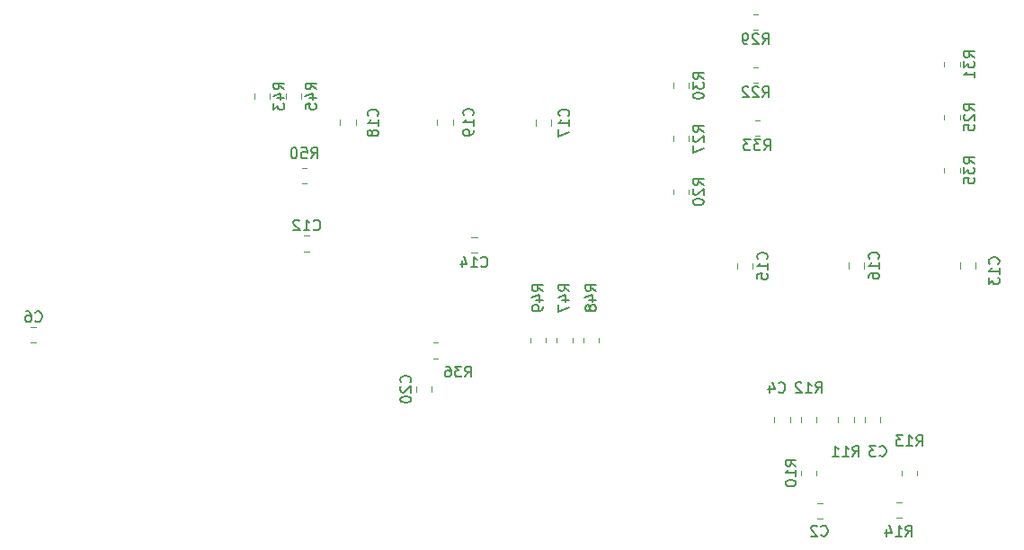
<source format=gbr>
%TF.GenerationSoftware,KiCad,Pcbnew,9.0.0*%
%TF.CreationDate,2025-10-29T06:17:34+08:00*%
%TF.ProjectId,TSAL_G_V4_2,5453414c-5f47-45f5-9634-5f322e6b6963,rev?*%
%TF.SameCoordinates,Original*%
%TF.FileFunction,Legend,Bot*%
%TF.FilePolarity,Positive*%
%FSLAX46Y46*%
G04 Gerber Fmt 4.6, Leading zero omitted, Abs format (unit mm)*
G04 Created by KiCad (PCBNEW 9.0.0) date 2025-10-29 06:17:34*
%MOMM*%
%LPD*%
G01*
G04 APERTURE LIST*
%ADD10C,0.150000*%
%ADD11C,0.120000*%
G04 APERTURE END LIST*
D10*
X111142857Y-71539580D02*
X111190476Y-71587200D01*
X111190476Y-71587200D02*
X111333333Y-71634819D01*
X111333333Y-71634819D02*
X111428571Y-71634819D01*
X111428571Y-71634819D02*
X111571428Y-71587200D01*
X111571428Y-71587200D02*
X111666666Y-71491961D01*
X111666666Y-71491961D02*
X111714285Y-71396723D01*
X111714285Y-71396723D02*
X111761904Y-71206247D01*
X111761904Y-71206247D02*
X111761904Y-71063390D01*
X111761904Y-71063390D02*
X111714285Y-70872914D01*
X111714285Y-70872914D02*
X111666666Y-70777676D01*
X111666666Y-70777676D02*
X111571428Y-70682438D01*
X111571428Y-70682438D02*
X111428571Y-70634819D01*
X111428571Y-70634819D02*
X111333333Y-70634819D01*
X111333333Y-70634819D02*
X111190476Y-70682438D01*
X111190476Y-70682438D02*
X111142857Y-70730057D01*
X110190476Y-71634819D02*
X110761904Y-71634819D01*
X110476190Y-71634819D02*
X110476190Y-70634819D01*
X110476190Y-70634819D02*
X110571428Y-70777676D01*
X110571428Y-70777676D02*
X110666666Y-70872914D01*
X110666666Y-70872914D02*
X110761904Y-70920533D01*
X109333333Y-70968152D02*
X109333333Y-71634819D01*
X109571428Y-70587200D02*
X109809523Y-71301485D01*
X109809523Y-71301485D02*
X109190476Y-71301485D01*
X142642857Y-83454819D02*
X142976190Y-82978628D01*
X143214285Y-83454819D02*
X143214285Y-82454819D01*
X143214285Y-82454819D02*
X142833333Y-82454819D01*
X142833333Y-82454819D02*
X142738095Y-82502438D01*
X142738095Y-82502438D02*
X142690476Y-82550057D01*
X142690476Y-82550057D02*
X142642857Y-82645295D01*
X142642857Y-82645295D02*
X142642857Y-82788152D01*
X142642857Y-82788152D02*
X142690476Y-82883390D01*
X142690476Y-82883390D02*
X142738095Y-82931009D01*
X142738095Y-82931009D02*
X142833333Y-82978628D01*
X142833333Y-82978628D02*
X143214285Y-82978628D01*
X141690476Y-83454819D02*
X142261904Y-83454819D01*
X141976190Y-83454819D02*
X141976190Y-82454819D01*
X141976190Y-82454819D02*
X142071428Y-82597676D01*
X142071428Y-82597676D02*
X142166666Y-82692914D01*
X142166666Y-82692914D02*
X142261904Y-82740533D01*
X141309523Y-82550057D02*
X141261904Y-82502438D01*
X141261904Y-82502438D02*
X141166666Y-82454819D01*
X141166666Y-82454819D02*
X140928571Y-82454819D01*
X140928571Y-82454819D02*
X140833333Y-82502438D01*
X140833333Y-82502438D02*
X140785714Y-82550057D01*
X140785714Y-82550057D02*
X140738095Y-82645295D01*
X140738095Y-82645295D02*
X140738095Y-82740533D01*
X140738095Y-82740533D02*
X140785714Y-82883390D01*
X140785714Y-82883390D02*
X141357142Y-83454819D01*
X141357142Y-83454819D02*
X140738095Y-83454819D01*
X137795357Y-60604819D02*
X138128690Y-60128628D01*
X138366785Y-60604819D02*
X138366785Y-59604819D01*
X138366785Y-59604819D02*
X137985833Y-59604819D01*
X137985833Y-59604819D02*
X137890595Y-59652438D01*
X137890595Y-59652438D02*
X137842976Y-59700057D01*
X137842976Y-59700057D02*
X137795357Y-59795295D01*
X137795357Y-59795295D02*
X137795357Y-59938152D01*
X137795357Y-59938152D02*
X137842976Y-60033390D01*
X137842976Y-60033390D02*
X137890595Y-60081009D01*
X137890595Y-60081009D02*
X137985833Y-60128628D01*
X137985833Y-60128628D02*
X138366785Y-60128628D01*
X137462023Y-59604819D02*
X136842976Y-59604819D01*
X136842976Y-59604819D02*
X137176309Y-59985771D01*
X137176309Y-59985771D02*
X137033452Y-59985771D01*
X137033452Y-59985771D02*
X136938214Y-60033390D01*
X136938214Y-60033390D02*
X136890595Y-60081009D01*
X136890595Y-60081009D02*
X136842976Y-60176247D01*
X136842976Y-60176247D02*
X136842976Y-60414342D01*
X136842976Y-60414342D02*
X136890595Y-60509580D01*
X136890595Y-60509580D02*
X136938214Y-60557200D01*
X136938214Y-60557200D02*
X137033452Y-60604819D01*
X137033452Y-60604819D02*
X137319166Y-60604819D01*
X137319166Y-60604819D02*
X137414404Y-60557200D01*
X137414404Y-60557200D02*
X137462023Y-60509580D01*
X136509642Y-59604819D02*
X135890595Y-59604819D01*
X135890595Y-59604819D02*
X136223928Y-59985771D01*
X136223928Y-59985771D02*
X136081071Y-59985771D01*
X136081071Y-59985771D02*
X135985833Y-60033390D01*
X135985833Y-60033390D02*
X135938214Y-60081009D01*
X135938214Y-60081009D02*
X135890595Y-60176247D01*
X135890595Y-60176247D02*
X135890595Y-60414342D01*
X135890595Y-60414342D02*
X135938214Y-60509580D01*
X135938214Y-60509580D02*
X135985833Y-60557200D01*
X135985833Y-60557200D02*
X136081071Y-60604819D01*
X136081071Y-60604819D02*
X136366785Y-60604819D01*
X136366785Y-60604819D02*
X136462023Y-60557200D01*
X136462023Y-60557200D02*
X136509642Y-60509580D01*
X109642857Y-81954819D02*
X109976190Y-81478628D01*
X110214285Y-81954819D02*
X110214285Y-80954819D01*
X110214285Y-80954819D02*
X109833333Y-80954819D01*
X109833333Y-80954819D02*
X109738095Y-81002438D01*
X109738095Y-81002438D02*
X109690476Y-81050057D01*
X109690476Y-81050057D02*
X109642857Y-81145295D01*
X109642857Y-81145295D02*
X109642857Y-81288152D01*
X109642857Y-81288152D02*
X109690476Y-81383390D01*
X109690476Y-81383390D02*
X109738095Y-81431009D01*
X109738095Y-81431009D02*
X109833333Y-81478628D01*
X109833333Y-81478628D02*
X110214285Y-81478628D01*
X109309523Y-80954819D02*
X108690476Y-80954819D01*
X108690476Y-80954819D02*
X109023809Y-81335771D01*
X109023809Y-81335771D02*
X108880952Y-81335771D01*
X108880952Y-81335771D02*
X108785714Y-81383390D01*
X108785714Y-81383390D02*
X108738095Y-81431009D01*
X108738095Y-81431009D02*
X108690476Y-81526247D01*
X108690476Y-81526247D02*
X108690476Y-81764342D01*
X108690476Y-81764342D02*
X108738095Y-81859580D01*
X108738095Y-81859580D02*
X108785714Y-81907200D01*
X108785714Y-81907200D02*
X108880952Y-81954819D01*
X108880952Y-81954819D02*
X109166666Y-81954819D01*
X109166666Y-81954819D02*
X109261904Y-81907200D01*
X109261904Y-81907200D02*
X109309523Y-81859580D01*
X107833333Y-80954819D02*
X108023809Y-80954819D01*
X108023809Y-80954819D02*
X108119047Y-81002438D01*
X108119047Y-81002438D02*
X108166666Y-81050057D01*
X108166666Y-81050057D02*
X108261904Y-81192914D01*
X108261904Y-81192914D02*
X108309523Y-81383390D01*
X108309523Y-81383390D02*
X108309523Y-81764342D01*
X108309523Y-81764342D02*
X108261904Y-81859580D01*
X108261904Y-81859580D02*
X108214285Y-81907200D01*
X108214285Y-81907200D02*
X108119047Y-81954819D01*
X108119047Y-81954819D02*
X107928571Y-81954819D01*
X107928571Y-81954819D02*
X107833333Y-81907200D01*
X107833333Y-81907200D02*
X107785714Y-81859580D01*
X107785714Y-81859580D02*
X107738095Y-81764342D01*
X107738095Y-81764342D02*
X107738095Y-81526247D01*
X107738095Y-81526247D02*
X107785714Y-81431009D01*
X107785714Y-81431009D02*
X107833333Y-81383390D01*
X107833333Y-81383390D02*
X107928571Y-81335771D01*
X107928571Y-81335771D02*
X108119047Y-81335771D01*
X108119047Y-81335771D02*
X108214285Y-81383390D01*
X108214285Y-81383390D02*
X108261904Y-81431009D01*
X108261904Y-81431009D02*
X108309523Y-81526247D01*
X138039580Y-70857142D02*
X138087200Y-70809523D01*
X138087200Y-70809523D02*
X138134819Y-70666666D01*
X138134819Y-70666666D02*
X138134819Y-70571428D01*
X138134819Y-70571428D02*
X138087200Y-70428571D01*
X138087200Y-70428571D02*
X137991961Y-70333333D01*
X137991961Y-70333333D02*
X137896723Y-70285714D01*
X137896723Y-70285714D02*
X137706247Y-70238095D01*
X137706247Y-70238095D02*
X137563390Y-70238095D01*
X137563390Y-70238095D02*
X137372914Y-70285714D01*
X137372914Y-70285714D02*
X137277676Y-70333333D01*
X137277676Y-70333333D02*
X137182438Y-70428571D01*
X137182438Y-70428571D02*
X137134819Y-70571428D01*
X137134819Y-70571428D02*
X137134819Y-70666666D01*
X137134819Y-70666666D02*
X137182438Y-70809523D01*
X137182438Y-70809523D02*
X137230057Y-70857142D01*
X138134819Y-71809523D02*
X138134819Y-71238095D01*
X138134819Y-71523809D02*
X137134819Y-71523809D01*
X137134819Y-71523809D02*
X137277676Y-71428571D01*
X137277676Y-71428571D02*
X137372914Y-71333333D01*
X137372914Y-71333333D02*
X137420533Y-71238095D01*
X137134819Y-72714285D02*
X137134819Y-72238095D01*
X137134819Y-72238095D02*
X137611009Y-72190476D01*
X137611009Y-72190476D02*
X137563390Y-72238095D01*
X137563390Y-72238095D02*
X137515771Y-72333333D01*
X137515771Y-72333333D02*
X137515771Y-72571428D01*
X137515771Y-72571428D02*
X137563390Y-72666666D01*
X137563390Y-72666666D02*
X137611009Y-72714285D01*
X137611009Y-72714285D02*
X137706247Y-72761904D01*
X137706247Y-72761904D02*
X137944342Y-72761904D01*
X137944342Y-72761904D02*
X138039580Y-72714285D01*
X138039580Y-72714285D02*
X138087200Y-72666666D01*
X138087200Y-72666666D02*
X138134819Y-72571428D01*
X138134819Y-72571428D02*
X138134819Y-72333333D01*
X138134819Y-72333333D02*
X138087200Y-72238095D01*
X138087200Y-72238095D02*
X138039580Y-72190476D01*
X119359580Y-57357142D02*
X119407200Y-57309523D01*
X119407200Y-57309523D02*
X119454819Y-57166666D01*
X119454819Y-57166666D02*
X119454819Y-57071428D01*
X119454819Y-57071428D02*
X119407200Y-56928571D01*
X119407200Y-56928571D02*
X119311961Y-56833333D01*
X119311961Y-56833333D02*
X119216723Y-56785714D01*
X119216723Y-56785714D02*
X119026247Y-56738095D01*
X119026247Y-56738095D02*
X118883390Y-56738095D01*
X118883390Y-56738095D02*
X118692914Y-56785714D01*
X118692914Y-56785714D02*
X118597676Y-56833333D01*
X118597676Y-56833333D02*
X118502438Y-56928571D01*
X118502438Y-56928571D02*
X118454819Y-57071428D01*
X118454819Y-57071428D02*
X118454819Y-57166666D01*
X118454819Y-57166666D02*
X118502438Y-57309523D01*
X118502438Y-57309523D02*
X118550057Y-57357142D01*
X119454819Y-58309523D02*
X119454819Y-57738095D01*
X119454819Y-58023809D02*
X118454819Y-58023809D01*
X118454819Y-58023809D02*
X118597676Y-57928571D01*
X118597676Y-57928571D02*
X118692914Y-57833333D01*
X118692914Y-57833333D02*
X118740533Y-57738095D01*
X118454819Y-58642857D02*
X118454819Y-59309523D01*
X118454819Y-59309523D02*
X119454819Y-58880952D01*
X69166666Y-76679580D02*
X69214285Y-76727200D01*
X69214285Y-76727200D02*
X69357142Y-76774819D01*
X69357142Y-76774819D02*
X69452380Y-76774819D01*
X69452380Y-76774819D02*
X69595237Y-76727200D01*
X69595237Y-76727200D02*
X69690475Y-76631961D01*
X69690475Y-76631961D02*
X69738094Y-76536723D01*
X69738094Y-76536723D02*
X69785713Y-76346247D01*
X69785713Y-76346247D02*
X69785713Y-76203390D01*
X69785713Y-76203390D02*
X69738094Y-76012914D01*
X69738094Y-76012914D02*
X69690475Y-75917676D01*
X69690475Y-75917676D02*
X69595237Y-75822438D01*
X69595237Y-75822438D02*
X69452380Y-75774819D01*
X69452380Y-75774819D02*
X69357142Y-75774819D01*
X69357142Y-75774819D02*
X69214285Y-75822438D01*
X69214285Y-75822438D02*
X69166666Y-75870057D01*
X68309523Y-75774819D02*
X68499999Y-75774819D01*
X68499999Y-75774819D02*
X68595237Y-75822438D01*
X68595237Y-75822438D02*
X68642856Y-75870057D01*
X68642856Y-75870057D02*
X68738094Y-76012914D01*
X68738094Y-76012914D02*
X68785713Y-76203390D01*
X68785713Y-76203390D02*
X68785713Y-76584342D01*
X68785713Y-76584342D02*
X68738094Y-76679580D01*
X68738094Y-76679580D02*
X68690475Y-76727200D01*
X68690475Y-76727200D02*
X68595237Y-76774819D01*
X68595237Y-76774819D02*
X68404761Y-76774819D01*
X68404761Y-76774819D02*
X68309523Y-76727200D01*
X68309523Y-76727200D02*
X68261904Y-76679580D01*
X68261904Y-76679580D02*
X68214285Y-76584342D01*
X68214285Y-76584342D02*
X68214285Y-76346247D01*
X68214285Y-76346247D02*
X68261904Y-76251009D01*
X68261904Y-76251009D02*
X68309523Y-76203390D01*
X68309523Y-76203390D02*
X68404761Y-76155771D01*
X68404761Y-76155771D02*
X68595237Y-76155771D01*
X68595237Y-76155771D02*
X68690475Y-76203390D01*
X68690475Y-76203390D02*
X68738094Y-76251009D01*
X68738094Y-76251009D02*
X68785713Y-76346247D01*
X95604819Y-54857142D02*
X95128628Y-54523809D01*
X95604819Y-54285714D02*
X94604819Y-54285714D01*
X94604819Y-54285714D02*
X94604819Y-54666666D01*
X94604819Y-54666666D02*
X94652438Y-54761904D01*
X94652438Y-54761904D02*
X94700057Y-54809523D01*
X94700057Y-54809523D02*
X94795295Y-54857142D01*
X94795295Y-54857142D02*
X94938152Y-54857142D01*
X94938152Y-54857142D02*
X95033390Y-54809523D01*
X95033390Y-54809523D02*
X95081009Y-54761904D01*
X95081009Y-54761904D02*
X95128628Y-54666666D01*
X95128628Y-54666666D02*
X95128628Y-54285714D01*
X94938152Y-55714285D02*
X95604819Y-55714285D01*
X94557200Y-55476190D02*
X95271485Y-55238095D01*
X95271485Y-55238095D02*
X95271485Y-55857142D01*
X94604819Y-56714285D02*
X94604819Y-56238095D01*
X94604819Y-56238095D02*
X95081009Y-56190476D01*
X95081009Y-56190476D02*
X95033390Y-56238095D01*
X95033390Y-56238095D02*
X94985771Y-56333333D01*
X94985771Y-56333333D02*
X94985771Y-56571428D01*
X94985771Y-56571428D02*
X95033390Y-56666666D01*
X95033390Y-56666666D02*
X95081009Y-56714285D01*
X95081009Y-56714285D02*
X95176247Y-56761904D01*
X95176247Y-56761904D02*
X95414342Y-56761904D01*
X95414342Y-56761904D02*
X95509580Y-56714285D01*
X95509580Y-56714285D02*
X95557200Y-56666666D01*
X95557200Y-56666666D02*
X95604819Y-56571428D01*
X95604819Y-56571428D02*
X95604819Y-56333333D01*
X95604819Y-56333333D02*
X95557200Y-56238095D01*
X95557200Y-56238095D02*
X95509580Y-56190476D01*
X110359580Y-57309642D02*
X110407200Y-57262023D01*
X110407200Y-57262023D02*
X110454819Y-57119166D01*
X110454819Y-57119166D02*
X110454819Y-57023928D01*
X110454819Y-57023928D02*
X110407200Y-56881071D01*
X110407200Y-56881071D02*
X110311961Y-56785833D01*
X110311961Y-56785833D02*
X110216723Y-56738214D01*
X110216723Y-56738214D02*
X110026247Y-56690595D01*
X110026247Y-56690595D02*
X109883390Y-56690595D01*
X109883390Y-56690595D02*
X109692914Y-56738214D01*
X109692914Y-56738214D02*
X109597676Y-56785833D01*
X109597676Y-56785833D02*
X109502438Y-56881071D01*
X109502438Y-56881071D02*
X109454819Y-57023928D01*
X109454819Y-57023928D02*
X109454819Y-57119166D01*
X109454819Y-57119166D02*
X109502438Y-57262023D01*
X109502438Y-57262023D02*
X109550057Y-57309642D01*
X110454819Y-58262023D02*
X110454819Y-57690595D01*
X110454819Y-57976309D02*
X109454819Y-57976309D01*
X109454819Y-57976309D02*
X109597676Y-57881071D01*
X109597676Y-57881071D02*
X109692914Y-57785833D01*
X109692914Y-57785833D02*
X109740533Y-57690595D01*
X110454819Y-58738214D02*
X110454819Y-58928690D01*
X110454819Y-58928690D02*
X110407200Y-59023928D01*
X110407200Y-59023928D02*
X110359580Y-59071547D01*
X110359580Y-59071547D02*
X110216723Y-59166785D01*
X110216723Y-59166785D02*
X110026247Y-59214404D01*
X110026247Y-59214404D02*
X109645295Y-59214404D01*
X109645295Y-59214404D02*
X109550057Y-59166785D01*
X109550057Y-59166785D02*
X109502438Y-59119166D01*
X109502438Y-59119166D02*
X109454819Y-59023928D01*
X109454819Y-59023928D02*
X109454819Y-58833452D01*
X109454819Y-58833452D02*
X109502438Y-58738214D01*
X109502438Y-58738214D02*
X109550057Y-58690595D01*
X109550057Y-58690595D02*
X109645295Y-58642976D01*
X109645295Y-58642976D02*
X109883390Y-58642976D01*
X109883390Y-58642976D02*
X109978628Y-58690595D01*
X109978628Y-58690595D02*
X110026247Y-58738214D01*
X110026247Y-58738214D02*
X110073866Y-58833452D01*
X110073866Y-58833452D02*
X110073866Y-59023928D01*
X110073866Y-59023928D02*
X110026247Y-59119166D01*
X110026247Y-59119166D02*
X109978628Y-59166785D01*
X109978628Y-59166785D02*
X109883390Y-59214404D01*
X140804819Y-90357142D02*
X140328628Y-90023809D01*
X140804819Y-89785714D02*
X139804819Y-89785714D01*
X139804819Y-89785714D02*
X139804819Y-90166666D01*
X139804819Y-90166666D02*
X139852438Y-90261904D01*
X139852438Y-90261904D02*
X139900057Y-90309523D01*
X139900057Y-90309523D02*
X139995295Y-90357142D01*
X139995295Y-90357142D02*
X140138152Y-90357142D01*
X140138152Y-90357142D02*
X140233390Y-90309523D01*
X140233390Y-90309523D02*
X140281009Y-90261904D01*
X140281009Y-90261904D02*
X140328628Y-90166666D01*
X140328628Y-90166666D02*
X140328628Y-89785714D01*
X140804819Y-91309523D02*
X140804819Y-90738095D01*
X140804819Y-91023809D02*
X139804819Y-91023809D01*
X139804819Y-91023809D02*
X139947676Y-90928571D01*
X139947676Y-90928571D02*
X140042914Y-90833333D01*
X140042914Y-90833333D02*
X140090533Y-90738095D01*
X139804819Y-91928571D02*
X139804819Y-92023809D01*
X139804819Y-92023809D02*
X139852438Y-92119047D01*
X139852438Y-92119047D02*
X139900057Y-92166666D01*
X139900057Y-92166666D02*
X139995295Y-92214285D01*
X139995295Y-92214285D02*
X140185771Y-92261904D01*
X140185771Y-92261904D02*
X140423866Y-92261904D01*
X140423866Y-92261904D02*
X140614342Y-92214285D01*
X140614342Y-92214285D02*
X140709580Y-92166666D01*
X140709580Y-92166666D02*
X140757200Y-92119047D01*
X140757200Y-92119047D02*
X140804819Y-92023809D01*
X140804819Y-92023809D02*
X140804819Y-91928571D01*
X140804819Y-91928571D02*
X140757200Y-91833333D01*
X140757200Y-91833333D02*
X140709580Y-91785714D01*
X140709580Y-91785714D02*
X140614342Y-91738095D01*
X140614342Y-91738095D02*
X140423866Y-91690476D01*
X140423866Y-91690476D02*
X140185771Y-91690476D01*
X140185771Y-91690476D02*
X139995295Y-91738095D01*
X139995295Y-91738095D02*
X139900057Y-91785714D01*
X139900057Y-91785714D02*
X139852438Y-91833333D01*
X139852438Y-91833333D02*
X139804819Y-91928571D01*
X95142857Y-61359025D02*
X95476190Y-60882834D01*
X95714285Y-61359025D02*
X95714285Y-60359025D01*
X95714285Y-60359025D02*
X95333333Y-60359025D01*
X95333333Y-60359025D02*
X95238095Y-60406644D01*
X95238095Y-60406644D02*
X95190476Y-60454263D01*
X95190476Y-60454263D02*
X95142857Y-60549501D01*
X95142857Y-60549501D02*
X95142857Y-60692358D01*
X95142857Y-60692358D02*
X95190476Y-60787596D01*
X95190476Y-60787596D02*
X95238095Y-60835215D01*
X95238095Y-60835215D02*
X95333333Y-60882834D01*
X95333333Y-60882834D02*
X95714285Y-60882834D01*
X94238095Y-60359025D02*
X94714285Y-60359025D01*
X94714285Y-60359025D02*
X94761904Y-60835215D01*
X94761904Y-60835215D02*
X94714285Y-60787596D01*
X94714285Y-60787596D02*
X94619047Y-60739977D01*
X94619047Y-60739977D02*
X94380952Y-60739977D01*
X94380952Y-60739977D02*
X94285714Y-60787596D01*
X94285714Y-60787596D02*
X94238095Y-60835215D01*
X94238095Y-60835215D02*
X94190476Y-60930453D01*
X94190476Y-60930453D02*
X94190476Y-61168548D01*
X94190476Y-61168548D02*
X94238095Y-61263786D01*
X94238095Y-61263786D02*
X94285714Y-61311406D01*
X94285714Y-61311406D02*
X94380952Y-61359025D01*
X94380952Y-61359025D02*
X94619047Y-61359025D01*
X94619047Y-61359025D02*
X94714285Y-61311406D01*
X94714285Y-61311406D02*
X94761904Y-61263786D01*
X93571428Y-60359025D02*
X93476190Y-60359025D01*
X93476190Y-60359025D02*
X93380952Y-60406644D01*
X93380952Y-60406644D02*
X93333333Y-60454263D01*
X93333333Y-60454263D02*
X93285714Y-60549501D01*
X93285714Y-60549501D02*
X93238095Y-60739977D01*
X93238095Y-60739977D02*
X93238095Y-60978072D01*
X93238095Y-60978072D02*
X93285714Y-61168548D01*
X93285714Y-61168548D02*
X93333333Y-61263786D01*
X93333333Y-61263786D02*
X93380952Y-61311406D01*
X93380952Y-61311406D02*
X93476190Y-61359025D01*
X93476190Y-61359025D02*
X93571428Y-61359025D01*
X93571428Y-61359025D02*
X93666666Y-61311406D01*
X93666666Y-61311406D02*
X93714285Y-61263786D01*
X93714285Y-61263786D02*
X93761904Y-61168548D01*
X93761904Y-61168548D02*
X93809523Y-60978072D01*
X93809523Y-60978072D02*
X93809523Y-60739977D01*
X93809523Y-60739977D02*
X93761904Y-60549501D01*
X93761904Y-60549501D02*
X93714285Y-60454263D01*
X93714285Y-60454263D02*
X93666666Y-60406644D01*
X93666666Y-60406644D02*
X93571428Y-60359025D01*
X101359580Y-57357142D02*
X101407200Y-57309523D01*
X101407200Y-57309523D02*
X101454819Y-57166666D01*
X101454819Y-57166666D02*
X101454819Y-57071428D01*
X101454819Y-57071428D02*
X101407200Y-56928571D01*
X101407200Y-56928571D02*
X101311961Y-56833333D01*
X101311961Y-56833333D02*
X101216723Y-56785714D01*
X101216723Y-56785714D02*
X101026247Y-56738095D01*
X101026247Y-56738095D02*
X100883390Y-56738095D01*
X100883390Y-56738095D02*
X100692914Y-56785714D01*
X100692914Y-56785714D02*
X100597676Y-56833333D01*
X100597676Y-56833333D02*
X100502438Y-56928571D01*
X100502438Y-56928571D02*
X100454819Y-57071428D01*
X100454819Y-57071428D02*
X100454819Y-57166666D01*
X100454819Y-57166666D02*
X100502438Y-57309523D01*
X100502438Y-57309523D02*
X100550057Y-57357142D01*
X101454819Y-58309523D02*
X101454819Y-57738095D01*
X101454819Y-58023809D02*
X100454819Y-58023809D01*
X100454819Y-58023809D02*
X100597676Y-57928571D01*
X100597676Y-57928571D02*
X100692914Y-57833333D01*
X100692914Y-57833333D02*
X100740533Y-57738095D01*
X100883390Y-58880952D02*
X100835771Y-58785714D01*
X100835771Y-58785714D02*
X100788152Y-58738095D01*
X100788152Y-58738095D02*
X100692914Y-58690476D01*
X100692914Y-58690476D02*
X100645295Y-58690476D01*
X100645295Y-58690476D02*
X100550057Y-58738095D01*
X100550057Y-58738095D02*
X100502438Y-58785714D01*
X100502438Y-58785714D02*
X100454819Y-58880952D01*
X100454819Y-58880952D02*
X100454819Y-59071428D01*
X100454819Y-59071428D02*
X100502438Y-59166666D01*
X100502438Y-59166666D02*
X100550057Y-59214285D01*
X100550057Y-59214285D02*
X100645295Y-59261904D01*
X100645295Y-59261904D02*
X100692914Y-59261904D01*
X100692914Y-59261904D02*
X100788152Y-59214285D01*
X100788152Y-59214285D02*
X100835771Y-59166666D01*
X100835771Y-59166666D02*
X100883390Y-59071428D01*
X100883390Y-59071428D02*
X100883390Y-58880952D01*
X100883390Y-58880952D02*
X100931009Y-58785714D01*
X100931009Y-58785714D02*
X100978628Y-58738095D01*
X100978628Y-58738095D02*
X101073866Y-58690476D01*
X101073866Y-58690476D02*
X101264342Y-58690476D01*
X101264342Y-58690476D02*
X101359580Y-58738095D01*
X101359580Y-58738095D02*
X101407200Y-58785714D01*
X101407200Y-58785714D02*
X101454819Y-58880952D01*
X101454819Y-58880952D02*
X101454819Y-59071428D01*
X101454819Y-59071428D02*
X101407200Y-59166666D01*
X101407200Y-59166666D02*
X101359580Y-59214285D01*
X101359580Y-59214285D02*
X101264342Y-59261904D01*
X101264342Y-59261904D02*
X101073866Y-59261904D01*
X101073866Y-59261904D02*
X100978628Y-59214285D01*
X100978628Y-59214285D02*
X100931009Y-59166666D01*
X100931009Y-59166666D02*
X100883390Y-59071428D01*
X132104819Y-58857142D02*
X131628628Y-58523809D01*
X132104819Y-58285714D02*
X131104819Y-58285714D01*
X131104819Y-58285714D02*
X131104819Y-58666666D01*
X131104819Y-58666666D02*
X131152438Y-58761904D01*
X131152438Y-58761904D02*
X131200057Y-58809523D01*
X131200057Y-58809523D02*
X131295295Y-58857142D01*
X131295295Y-58857142D02*
X131438152Y-58857142D01*
X131438152Y-58857142D02*
X131533390Y-58809523D01*
X131533390Y-58809523D02*
X131581009Y-58761904D01*
X131581009Y-58761904D02*
X131628628Y-58666666D01*
X131628628Y-58666666D02*
X131628628Y-58285714D01*
X131200057Y-59238095D02*
X131152438Y-59285714D01*
X131152438Y-59285714D02*
X131104819Y-59380952D01*
X131104819Y-59380952D02*
X131104819Y-59619047D01*
X131104819Y-59619047D02*
X131152438Y-59714285D01*
X131152438Y-59714285D02*
X131200057Y-59761904D01*
X131200057Y-59761904D02*
X131295295Y-59809523D01*
X131295295Y-59809523D02*
X131390533Y-59809523D01*
X131390533Y-59809523D02*
X131533390Y-59761904D01*
X131533390Y-59761904D02*
X132104819Y-59190476D01*
X132104819Y-59190476D02*
X132104819Y-59809523D01*
X131104819Y-60142857D02*
X131104819Y-60809523D01*
X131104819Y-60809523D02*
X132104819Y-60380952D01*
X121954819Y-73857142D02*
X121478628Y-73523809D01*
X121954819Y-73285714D02*
X120954819Y-73285714D01*
X120954819Y-73285714D02*
X120954819Y-73666666D01*
X120954819Y-73666666D02*
X121002438Y-73761904D01*
X121002438Y-73761904D02*
X121050057Y-73809523D01*
X121050057Y-73809523D02*
X121145295Y-73857142D01*
X121145295Y-73857142D02*
X121288152Y-73857142D01*
X121288152Y-73857142D02*
X121383390Y-73809523D01*
X121383390Y-73809523D02*
X121431009Y-73761904D01*
X121431009Y-73761904D02*
X121478628Y-73666666D01*
X121478628Y-73666666D02*
X121478628Y-73285714D01*
X121288152Y-74714285D02*
X121954819Y-74714285D01*
X120907200Y-74476190D02*
X121621485Y-74238095D01*
X121621485Y-74238095D02*
X121621485Y-74857142D01*
X121383390Y-75380952D02*
X121335771Y-75285714D01*
X121335771Y-75285714D02*
X121288152Y-75238095D01*
X121288152Y-75238095D02*
X121192914Y-75190476D01*
X121192914Y-75190476D02*
X121145295Y-75190476D01*
X121145295Y-75190476D02*
X121050057Y-75238095D01*
X121050057Y-75238095D02*
X121002438Y-75285714D01*
X121002438Y-75285714D02*
X120954819Y-75380952D01*
X120954819Y-75380952D02*
X120954819Y-75571428D01*
X120954819Y-75571428D02*
X121002438Y-75666666D01*
X121002438Y-75666666D02*
X121050057Y-75714285D01*
X121050057Y-75714285D02*
X121145295Y-75761904D01*
X121145295Y-75761904D02*
X121192914Y-75761904D01*
X121192914Y-75761904D02*
X121288152Y-75714285D01*
X121288152Y-75714285D02*
X121335771Y-75666666D01*
X121335771Y-75666666D02*
X121383390Y-75571428D01*
X121383390Y-75571428D02*
X121383390Y-75380952D01*
X121383390Y-75380952D02*
X121431009Y-75285714D01*
X121431009Y-75285714D02*
X121478628Y-75238095D01*
X121478628Y-75238095D02*
X121573866Y-75190476D01*
X121573866Y-75190476D02*
X121764342Y-75190476D01*
X121764342Y-75190476D02*
X121859580Y-75238095D01*
X121859580Y-75238095D02*
X121907200Y-75285714D01*
X121907200Y-75285714D02*
X121954819Y-75380952D01*
X121954819Y-75380952D02*
X121954819Y-75571428D01*
X121954819Y-75571428D02*
X121907200Y-75666666D01*
X121907200Y-75666666D02*
X121859580Y-75714285D01*
X121859580Y-75714285D02*
X121764342Y-75761904D01*
X121764342Y-75761904D02*
X121573866Y-75761904D01*
X121573866Y-75761904D02*
X121478628Y-75714285D01*
X121478628Y-75714285D02*
X121431009Y-75666666D01*
X121431009Y-75666666D02*
X121383390Y-75571428D01*
X152142857Y-88454819D02*
X152476190Y-87978628D01*
X152714285Y-88454819D02*
X152714285Y-87454819D01*
X152714285Y-87454819D02*
X152333333Y-87454819D01*
X152333333Y-87454819D02*
X152238095Y-87502438D01*
X152238095Y-87502438D02*
X152190476Y-87550057D01*
X152190476Y-87550057D02*
X152142857Y-87645295D01*
X152142857Y-87645295D02*
X152142857Y-87788152D01*
X152142857Y-87788152D02*
X152190476Y-87883390D01*
X152190476Y-87883390D02*
X152238095Y-87931009D01*
X152238095Y-87931009D02*
X152333333Y-87978628D01*
X152333333Y-87978628D02*
X152714285Y-87978628D01*
X151190476Y-88454819D02*
X151761904Y-88454819D01*
X151476190Y-88454819D02*
X151476190Y-87454819D01*
X151476190Y-87454819D02*
X151571428Y-87597676D01*
X151571428Y-87597676D02*
X151666666Y-87692914D01*
X151666666Y-87692914D02*
X151761904Y-87740533D01*
X150857142Y-87454819D02*
X150238095Y-87454819D01*
X150238095Y-87454819D02*
X150571428Y-87835771D01*
X150571428Y-87835771D02*
X150428571Y-87835771D01*
X150428571Y-87835771D02*
X150333333Y-87883390D01*
X150333333Y-87883390D02*
X150285714Y-87931009D01*
X150285714Y-87931009D02*
X150238095Y-88026247D01*
X150238095Y-88026247D02*
X150238095Y-88264342D01*
X150238095Y-88264342D02*
X150285714Y-88359580D01*
X150285714Y-88359580D02*
X150333333Y-88407200D01*
X150333333Y-88407200D02*
X150428571Y-88454819D01*
X150428571Y-88454819D02*
X150714285Y-88454819D01*
X150714285Y-88454819D02*
X150809523Y-88407200D01*
X150809523Y-88407200D02*
X150857142Y-88359580D01*
X95372857Y-68059580D02*
X95420476Y-68107200D01*
X95420476Y-68107200D02*
X95563333Y-68154819D01*
X95563333Y-68154819D02*
X95658571Y-68154819D01*
X95658571Y-68154819D02*
X95801428Y-68107200D01*
X95801428Y-68107200D02*
X95896666Y-68011961D01*
X95896666Y-68011961D02*
X95944285Y-67916723D01*
X95944285Y-67916723D02*
X95991904Y-67726247D01*
X95991904Y-67726247D02*
X95991904Y-67583390D01*
X95991904Y-67583390D02*
X95944285Y-67392914D01*
X95944285Y-67392914D02*
X95896666Y-67297676D01*
X95896666Y-67297676D02*
X95801428Y-67202438D01*
X95801428Y-67202438D02*
X95658571Y-67154819D01*
X95658571Y-67154819D02*
X95563333Y-67154819D01*
X95563333Y-67154819D02*
X95420476Y-67202438D01*
X95420476Y-67202438D02*
X95372857Y-67250057D01*
X94420476Y-68154819D02*
X94991904Y-68154819D01*
X94706190Y-68154819D02*
X94706190Y-67154819D01*
X94706190Y-67154819D02*
X94801428Y-67297676D01*
X94801428Y-67297676D02*
X94896666Y-67392914D01*
X94896666Y-67392914D02*
X94991904Y-67440533D01*
X94039523Y-67250057D02*
X93991904Y-67202438D01*
X93991904Y-67202438D02*
X93896666Y-67154819D01*
X93896666Y-67154819D02*
X93658571Y-67154819D01*
X93658571Y-67154819D02*
X93563333Y-67202438D01*
X93563333Y-67202438D02*
X93515714Y-67250057D01*
X93515714Y-67250057D02*
X93468095Y-67345295D01*
X93468095Y-67345295D02*
X93468095Y-67440533D01*
X93468095Y-67440533D02*
X93515714Y-67583390D01*
X93515714Y-67583390D02*
X94087142Y-68154819D01*
X94087142Y-68154819D02*
X93468095Y-68154819D01*
X157604819Y-61857142D02*
X157128628Y-61523809D01*
X157604819Y-61285714D02*
X156604819Y-61285714D01*
X156604819Y-61285714D02*
X156604819Y-61666666D01*
X156604819Y-61666666D02*
X156652438Y-61761904D01*
X156652438Y-61761904D02*
X156700057Y-61809523D01*
X156700057Y-61809523D02*
X156795295Y-61857142D01*
X156795295Y-61857142D02*
X156938152Y-61857142D01*
X156938152Y-61857142D02*
X157033390Y-61809523D01*
X157033390Y-61809523D02*
X157081009Y-61761904D01*
X157081009Y-61761904D02*
X157128628Y-61666666D01*
X157128628Y-61666666D02*
X157128628Y-61285714D01*
X156604819Y-62190476D02*
X156604819Y-62809523D01*
X156604819Y-62809523D02*
X156985771Y-62476190D01*
X156985771Y-62476190D02*
X156985771Y-62619047D01*
X156985771Y-62619047D02*
X157033390Y-62714285D01*
X157033390Y-62714285D02*
X157081009Y-62761904D01*
X157081009Y-62761904D02*
X157176247Y-62809523D01*
X157176247Y-62809523D02*
X157414342Y-62809523D01*
X157414342Y-62809523D02*
X157509580Y-62761904D01*
X157509580Y-62761904D02*
X157557200Y-62714285D01*
X157557200Y-62714285D02*
X157604819Y-62619047D01*
X157604819Y-62619047D02*
X157604819Y-62333333D01*
X157604819Y-62333333D02*
X157557200Y-62238095D01*
X157557200Y-62238095D02*
X157509580Y-62190476D01*
X156604819Y-63714285D02*
X156604819Y-63238095D01*
X156604819Y-63238095D02*
X157081009Y-63190476D01*
X157081009Y-63190476D02*
X157033390Y-63238095D01*
X157033390Y-63238095D02*
X156985771Y-63333333D01*
X156985771Y-63333333D02*
X156985771Y-63571428D01*
X156985771Y-63571428D02*
X157033390Y-63666666D01*
X157033390Y-63666666D02*
X157081009Y-63714285D01*
X157081009Y-63714285D02*
X157176247Y-63761904D01*
X157176247Y-63761904D02*
X157414342Y-63761904D01*
X157414342Y-63761904D02*
X157509580Y-63714285D01*
X157509580Y-63714285D02*
X157557200Y-63666666D01*
X157557200Y-63666666D02*
X157604819Y-63571428D01*
X157604819Y-63571428D02*
X157604819Y-63333333D01*
X157604819Y-63333333D02*
X157557200Y-63238095D01*
X157557200Y-63238095D02*
X157509580Y-63190476D01*
X119454819Y-73857142D02*
X118978628Y-73523809D01*
X119454819Y-73285714D02*
X118454819Y-73285714D01*
X118454819Y-73285714D02*
X118454819Y-73666666D01*
X118454819Y-73666666D02*
X118502438Y-73761904D01*
X118502438Y-73761904D02*
X118550057Y-73809523D01*
X118550057Y-73809523D02*
X118645295Y-73857142D01*
X118645295Y-73857142D02*
X118788152Y-73857142D01*
X118788152Y-73857142D02*
X118883390Y-73809523D01*
X118883390Y-73809523D02*
X118931009Y-73761904D01*
X118931009Y-73761904D02*
X118978628Y-73666666D01*
X118978628Y-73666666D02*
X118978628Y-73285714D01*
X118788152Y-74714285D02*
X119454819Y-74714285D01*
X118407200Y-74476190D02*
X119121485Y-74238095D01*
X119121485Y-74238095D02*
X119121485Y-74857142D01*
X118454819Y-75142857D02*
X118454819Y-75809523D01*
X118454819Y-75809523D02*
X119454819Y-75380952D01*
X157604819Y-56857142D02*
X157128628Y-56523809D01*
X157604819Y-56285714D02*
X156604819Y-56285714D01*
X156604819Y-56285714D02*
X156604819Y-56666666D01*
X156604819Y-56666666D02*
X156652438Y-56761904D01*
X156652438Y-56761904D02*
X156700057Y-56809523D01*
X156700057Y-56809523D02*
X156795295Y-56857142D01*
X156795295Y-56857142D02*
X156938152Y-56857142D01*
X156938152Y-56857142D02*
X157033390Y-56809523D01*
X157033390Y-56809523D02*
X157081009Y-56761904D01*
X157081009Y-56761904D02*
X157128628Y-56666666D01*
X157128628Y-56666666D02*
X157128628Y-56285714D01*
X156700057Y-57238095D02*
X156652438Y-57285714D01*
X156652438Y-57285714D02*
X156604819Y-57380952D01*
X156604819Y-57380952D02*
X156604819Y-57619047D01*
X156604819Y-57619047D02*
X156652438Y-57714285D01*
X156652438Y-57714285D02*
X156700057Y-57761904D01*
X156700057Y-57761904D02*
X156795295Y-57809523D01*
X156795295Y-57809523D02*
X156890533Y-57809523D01*
X156890533Y-57809523D02*
X157033390Y-57761904D01*
X157033390Y-57761904D02*
X157604819Y-57190476D01*
X157604819Y-57190476D02*
X157604819Y-57809523D01*
X156604819Y-58714285D02*
X156604819Y-58238095D01*
X156604819Y-58238095D02*
X157081009Y-58190476D01*
X157081009Y-58190476D02*
X157033390Y-58238095D01*
X157033390Y-58238095D02*
X156985771Y-58333333D01*
X156985771Y-58333333D02*
X156985771Y-58571428D01*
X156985771Y-58571428D02*
X157033390Y-58666666D01*
X157033390Y-58666666D02*
X157081009Y-58714285D01*
X157081009Y-58714285D02*
X157176247Y-58761904D01*
X157176247Y-58761904D02*
X157414342Y-58761904D01*
X157414342Y-58761904D02*
X157509580Y-58714285D01*
X157509580Y-58714285D02*
X157557200Y-58666666D01*
X157557200Y-58666666D02*
X157604819Y-58571428D01*
X157604819Y-58571428D02*
X157604819Y-58333333D01*
X157604819Y-58333333D02*
X157557200Y-58238095D01*
X157557200Y-58238095D02*
X157509580Y-58190476D01*
X143166666Y-96859580D02*
X143214285Y-96907200D01*
X143214285Y-96907200D02*
X143357142Y-96954819D01*
X143357142Y-96954819D02*
X143452380Y-96954819D01*
X143452380Y-96954819D02*
X143595237Y-96907200D01*
X143595237Y-96907200D02*
X143690475Y-96811961D01*
X143690475Y-96811961D02*
X143738094Y-96716723D01*
X143738094Y-96716723D02*
X143785713Y-96526247D01*
X143785713Y-96526247D02*
X143785713Y-96383390D01*
X143785713Y-96383390D02*
X143738094Y-96192914D01*
X143738094Y-96192914D02*
X143690475Y-96097676D01*
X143690475Y-96097676D02*
X143595237Y-96002438D01*
X143595237Y-96002438D02*
X143452380Y-95954819D01*
X143452380Y-95954819D02*
X143357142Y-95954819D01*
X143357142Y-95954819D02*
X143214285Y-96002438D01*
X143214285Y-96002438D02*
X143166666Y-96050057D01*
X142785713Y-96050057D02*
X142738094Y-96002438D01*
X142738094Y-96002438D02*
X142642856Y-95954819D01*
X142642856Y-95954819D02*
X142404761Y-95954819D01*
X142404761Y-95954819D02*
X142309523Y-96002438D01*
X142309523Y-96002438D02*
X142261904Y-96050057D01*
X142261904Y-96050057D02*
X142214285Y-96145295D01*
X142214285Y-96145295D02*
X142214285Y-96240533D01*
X142214285Y-96240533D02*
X142261904Y-96383390D01*
X142261904Y-96383390D02*
X142833332Y-96954819D01*
X142833332Y-96954819D02*
X142214285Y-96954819D01*
X137642857Y-55604819D02*
X137976190Y-55128628D01*
X138214285Y-55604819D02*
X138214285Y-54604819D01*
X138214285Y-54604819D02*
X137833333Y-54604819D01*
X137833333Y-54604819D02*
X137738095Y-54652438D01*
X137738095Y-54652438D02*
X137690476Y-54700057D01*
X137690476Y-54700057D02*
X137642857Y-54795295D01*
X137642857Y-54795295D02*
X137642857Y-54938152D01*
X137642857Y-54938152D02*
X137690476Y-55033390D01*
X137690476Y-55033390D02*
X137738095Y-55081009D01*
X137738095Y-55081009D02*
X137833333Y-55128628D01*
X137833333Y-55128628D02*
X138214285Y-55128628D01*
X137261904Y-54700057D02*
X137214285Y-54652438D01*
X137214285Y-54652438D02*
X137119047Y-54604819D01*
X137119047Y-54604819D02*
X136880952Y-54604819D01*
X136880952Y-54604819D02*
X136785714Y-54652438D01*
X136785714Y-54652438D02*
X136738095Y-54700057D01*
X136738095Y-54700057D02*
X136690476Y-54795295D01*
X136690476Y-54795295D02*
X136690476Y-54890533D01*
X136690476Y-54890533D02*
X136738095Y-55033390D01*
X136738095Y-55033390D02*
X137309523Y-55604819D01*
X137309523Y-55604819D02*
X136690476Y-55604819D01*
X136309523Y-54700057D02*
X136261904Y-54652438D01*
X136261904Y-54652438D02*
X136166666Y-54604819D01*
X136166666Y-54604819D02*
X135928571Y-54604819D01*
X135928571Y-54604819D02*
X135833333Y-54652438D01*
X135833333Y-54652438D02*
X135785714Y-54700057D01*
X135785714Y-54700057D02*
X135738095Y-54795295D01*
X135738095Y-54795295D02*
X135738095Y-54890533D01*
X135738095Y-54890533D02*
X135785714Y-55033390D01*
X135785714Y-55033390D02*
X136357142Y-55604819D01*
X136357142Y-55604819D02*
X135738095Y-55604819D01*
X92604819Y-54857142D02*
X92128628Y-54523809D01*
X92604819Y-54285714D02*
X91604819Y-54285714D01*
X91604819Y-54285714D02*
X91604819Y-54666666D01*
X91604819Y-54666666D02*
X91652438Y-54761904D01*
X91652438Y-54761904D02*
X91700057Y-54809523D01*
X91700057Y-54809523D02*
X91795295Y-54857142D01*
X91795295Y-54857142D02*
X91938152Y-54857142D01*
X91938152Y-54857142D02*
X92033390Y-54809523D01*
X92033390Y-54809523D02*
X92081009Y-54761904D01*
X92081009Y-54761904D02*
X92128628Y-54666666D01*
X92128628Y-54666666D02*
X92128628Y-54285714D01*
X91938152Y-55714285D02*
X92604819Y-55714285D01*
X91557200Y-55476190D02*
X92271485Y-55238095D01*
X92271485Y-55238095D02*
X92271485Y-55857142D01*
X91604819Y-56142857D02*
X91604819Y-56761904D01*
X91604819Y-56761904D02*
X91985771Y-56428571D01*
X91985771Y-56428571D02*
X91985771Y-56571428D01*
X91985771Y-56571428D02*
X92033390Y-56666666D01*
X92033390Y-56666666D02*
X92081009Y-56714285D01*
X92081009Y-56714285D02*
X92176247Y-56761904D01*
X92176247Y-56761904D02*
X92414342Y-56761904D01*
X92414342Y-56761904D02*
X92509580Y-56714285D01*
X92509580Y-56714285D02*
X92557200Y-56666666D01*
X92557200Y-56666666D02*
X92604819Y-56571428D01*
X92604819Y-56571428D02*
X92604819Y-56285714D01*
X92604819Y-56285714D02*
X92557200Y-56190476D01*
X92557200Y-56190476D02*
X92509580Y-56142857D01*
X148539580Y-70817142D02*
X148587200Y-70769523D01*
X148587200Y-70769523D02*
X148634819Y-70626666D01*
X148634819Y-70626666D02*
X148634819Y-70531428D01*
X148634819Y-70531428D02*
X148587200Y-70388571D01*
X148587200Y-70388571D02*
X148491961Y-70293333D01*
X148491961Y-70293333D02*
X148396723Y-70245714D01*
X148396723Y-70245714D02*
X148206247Y-70198095D01*
X148206247Y-70198095D02*
X148063390Y-70198095D01*
X148063390Y-70198095D02*
X147872914Y-70245714D01*
X147872914Y-70245714D02*
X147777676Y-70293333D01*
X147777676Y-70293333D02*
X147682438Y-70388571D01*
X147682438Y-70388571D02*
X147634819Y-70531428D01*
X147634819Y-70531428D02*
X147634819Y-70626666D01*
X147634819Y-70626666D02*
X147682438Y-70769523D01*
X147682438Y-70769523D02*
X147730057Y-70817142D01*
X148634819Y-71769523D02*
X148634819Y-71198095D01*
X148634819Y-71483809D02*
X147634819Y-71483809D01*
X147634819Y-71483809D02*
X147777676Y-71388571D01*
X147777676Y-71388571D02*
X147872914Y-71293333D01*
X147872914Y-71293333D02*
X147920533Y-71198095D01*
X147634819Y-72626666D02*
X147634819Y-72436190D01*
X147634819Y-72436190D02*
X147682438Y-72340952D01*
X147682438Y-72340952D02*
X147730057Y-72293333D01*
X147730057Y-72293333D02*
X147872914Y-72198095D01*
X147872914Y-72198095D02*
X148063390Y-72150476D01*
X148063390Y-72150476D02*
X148444342Y-72150476D01*
X148444342Y-72150476D02*
X148539580Y-72198095D01*
X148539580Y-72198095D02*
X148587200Y-72245714D01*
X148587200Y-72245714D02*
X148634819Y-72340952D01*
X148634819Y-72340952D02*
X148634819Y-72531428D01*
X148634819Y-72531428D02*
X148587200Y-72626666D01*
X148587200Y-72626666D02*
X148539580Y-72674285D01*
X148539580Y-72674285D02*
X148444342Y-72721904D01*
X148444342Y-72721904D02*
X148206247Y-72721904D01*
X148206247Y-72721904D02*
X148111009Y-72674285D01*
X148111009Y-72674285D02*
X148063390Y-72626666D01*
X148063390Y-72626666D02*
X148015771Y-72531428D01*
X148015771Y-72531428D02*
X148015771Y-72340952D01*
X148015771Y-72340952D02*
X148063390Y-72245714D01*
X148063390Y-72245714D02*
X148111009Y-72198095D01*
X148111009Y-72198095D02*
X148206247Y-72150476D01*
X148666666Y-89359580D02*
X148714285Y-89407200D01*
X148714285Y-89407200D02*
X148857142Y-89454819D01*
X148857142Y-89454819D02*
X148952380Y-89454819D01*
X148952380Y-89454819D02*
X149095237Y-89407200D01*
X149095237Y-89407200D02*
X149190475Y-89311961D01*
X149190475Y-89311961D02*
X149238094Y-89216723D01*
X149238094Y-89216723D02*
X149285713Y-89026247D01*
X149285713Y-89026247D02*
X149285713Y-88883390D01*
X149285713Y-88883390D02*
X149238094Y-88692914D01*
X149238094Y-88692914D02*
X149190475Y-88597676D01*
X149190475Y-88597676D02*
X149095237Y-88502438D01*
X149095237Y-88502438D02*
X148952380Y-88454819D01*
X148952380Y-88454819D02*
X148857142Y-88454819D01*
X148857142Y-88454819D02*
X148714285Y-88502438D01*
X148714285Y-88502438D02*
X148666666Y-88550057D01*
X148333332Y-88454819D02*
X147714285Y-88454819D01*
X147714285Y-88454819D02*
X148047618Y-88835771D01*
X148047618Y-88835771D02*
X147904761Y-88835771D01*
X147904761Y-88835771D02*
X147809523Y-88883390D01*
X147809523Y-88883390D02*
X147761904Y-88931009D01*
X147761904Y-88931009D02*
X147714285Y-89026247D01*
X147714285Y-89026247D02*
X147714285Y-89264342D01*
X147714285Y-89264342D02*
X147761904Y-89359580D01*
X147761904Y-89359580D02*
X147809523Y-89407200D01*
X147809523Y-89407200D02*
X147904761Y-89454819D01*
X147904761Y-89454819D02*
X148190475Y-89454819D01*
X148190475Y-89454819D02*
X148285713Y-89407200D01*
X148285713Y-89407200D02*
X148333332Y-89359580D01*
X151142857Y-96954819D02*
X151476190Y-96478628D01*
X151714285Y-96954819D02*
X151714285Y-95954819D01*
X151714285Y-95954819D02*
X151333333Y-95954819D01*
X151333333Y-95954819D02*
X151238095Y-96002438D01*
X151238095Y-96002438D02*
X151190476Y-96050057D01*
X151190476Y-96050057D02*
X151142857Y-96145295D01*
X151142857Y-96145295D02*
X151142857Y-96288152D01*
X151142857Y-96288152D02*
X151190476Y-96383390D01*
X151190476Y-96383390D02*
X151238095Y-96431009D01*
X151238095Y-96431009D02*
X151333333Y-96478628D01*
X151333333Y-96478628D02*
X151714285Y-96478628D01*
X150190476Y-96954819D02*
X150761904Y-96954819D01*
X150476190Y-96954819D02*
X150476190Y-95954819D01*
X150476190Y-95954819D02*
X150571428Y-96097676D01*
X150571428Y-96097676D02*
X150666666Y-96192914D01*
X150666666Y-96192914D02*
X150761904Y-96240533D01*
X149333333Y-96288152D02*
X149333333Y-96954819D01*
X149571428Y-95907200D02*
X149809523Y-96621485D01*
X149809523Y-96621485D02*
X149190476Y-96621485D01*
X132104819Y-53857142D02*
X131628628Y-53523809D01*
X132104819Y-53285714D02*
X131104819Y-53285714D01*
X131104819Y-53285714D02*
X131104819Y-53666666D01*
X131104819Y-53666666D02*
X131152438Y-53761904D01*
X131152438Y-53761904D02*
X131200057Y-53809523D01*
X131200057Y-53809523D02*
X131295295Y-53857142D01*
X131295295Y-53857142D02*
X131438152Y-53857142D01*
X131438152Y-53857142D02*
X131533390Y-53809523D01*
X131533390Y-53809523D02*
X131581009Y-53761904D01*
X131581009Y-53761904D02*
X131628628Y-53666666D01*
X131628628Y-53666666D02*
X131628628Y-53285714D01*
X131104819Y-54190476D02*
X131104819Y-54809523D01*
X131104819Y-54809523D02*
X131485771Y-54476190D01*
X131485771Y-54476190D02*
X131485771Y-54619047D01*
X131485771Y-54619047D02*
X131533390Y-54714285D01*
X131533390Y-54714285D02*
X131581009Y-54761904D01*
X131581009Y-54761904D02*
X131676247Y-54809523D01*
X131676247Y-54809523D02*
X131914342Y-54809523D01*
X131914342Y-54809523D02*
X132009580Y-54761904D01*
X132009580Y-54761904D02*
X132057200Y-54714285D01*
X132057200Y-54714285D02*
X132104819Y-54619047D01*
X132104819Y-54619047D02*
X132104819Y-54333333D01*
X132104819Y-54333333D02*
X132057200Y-54238095D01*
X132057200Y-54238095D02*
X132009580Y-54190476D01*
X131104819Y-55428571D02*
X131104819Y-55523809D01*
X131104819Y-55523809D02*
X131152438Y-55619047D01*
X131152438Y-55619047D02*
X131200057Y-55666666D01*
X131200057Y-55666666D02*
X131295295Y-55714285D01*
X131295295Y-55714285D02*
X131485771Y-55761904D01*
X131485771Y-55761904D02*
X131723866Y-55761904D01*
X131723866Y-55761904D02*
X131914342Y-55714285D01*
X131914342Y-55714285D02*
X132009580Y-55666666D01*
X132009580Y-55666666D02*
X132057200Y-55619047D01*
X132057200Y-55619047D02*
X132104819Y-55523809D01*
X132104819Y-55523809D02*
X132104819Y-55428571D01*
X132104819Y-55428571D02*
X132057200Y-55333333D01*
X132057200Y-55333333D02*
X132009580Y-55285714D01*
X132009580Y-55285714D02*
X131914342Y-55238095D01*
X131914342Y-55238095D02*
X131723866Y-55190476D01*
X131723866Y-55190476D02*
X131485771Y-55190476D01*
X131485771Y-55190476D02*
X131295295Y-55238095D01*
X131295295Y-55238095D02*
X131200057Y-55285714D01*
X131200057Y-55285714D02*
X131152438Y-55333333D01*
X131152438Y-55333333D02*
X131104819Y-55428571D01*
X157604819Y-51857142D02*
X157128628Y-51523809D01*
X157604819Y-51285714D02*
X156604819Y-51285714D01*
X156604819Y-51285714D02*
X156604819Y-51666666D01*
X156604819Y-51666666D02*
X156652438Y-51761904D01*
X156652438Y-51761904D02*
X156700057Y-51809523D01*
X156700057Y-51809523D02*
X156795295Y-51857142D01*
X156795295Y-51857142D02*
X156938152Y-51857142D01*
X156938152Y-51857142D02*
X157033390Y-51809523D01*
X157033390Y-51809523D02*
X157081009Y-51761904D01*
X157081009Y-51761904D02*
X157128628Y-51666666D01*
X157128628Y-51666666D02*
X157128628Y-51285714D01*
X156604819Y-52190476D02*
X156604819Y-52809523D01*
X156604819Y-52809523D02*
X156985771Y-52476190D01*
X156985771Y-52476190D02*
X156985771Y-52619047D01*
X156985771Y-52619047D02*
X157033390Y-52714285D01*
X157033390Y-52714285D02*
X157081009Y-52761904D01*
X157081009Y-52761904D02*
X157176247Y-52809523D01*
X157176247Y-52809523D02*
X157414342Y-52809523D01*
X157414342Y-52809523D02*
X157509580Y-52761904D01*
X157509580Y-52761904D02*
X157557200Y-52714285D01*
X157557200Y-52714285D02*
X157604819Y-52619047D01*
X157604819Y-52619047D02*
X157604819Y-52333333D01*
X157604819Y-52333333D02*
X157557200Y-52238095D01*
X157557200Y-52238095D02*
X157509580Y-52190476D01*
X157604819Y-53761904D02*
X157604819Y-53190476D01*
X157604819Y-53476190D02*
X156604819Y-53476190D01*
X156604819Y-53476190D02*
X156747676Y-53380952D01*
X156747676Y-53380952D02*
X156842914Y-53285714D01*
X156842914Y-53285714D02*
X156890533Y-53190476D01*
X146142857Y-89454819D02*
X146476190Y-88978628D01*
X146714285Y-89454819D02*
X146714285Y-88454819D01*
X146714285Y-88454819D02*
X146333333Y-88454819D01*
X146333333Y-88454819D02*
X146238095Y-88502438D01*
X146238095Y-88502438D02*
X146190476Y-88550057D01*
X146190476Y-88550057D02*
X146142857Y-88645295D01*
X146142857Y-88645295D02*
X146142857Y-88788152D01*
X146142857Y-88788152D02*
X146190476Y-88883390D01*
X146190476Y-88883390D02*
X146238095Y-88931009D01*
X146238095Y-88931009D02*
X146333333Y-88978628D01*
X146333333Y-88978628D02*
X146714285Y-88978628D01*
X145190476Y-89454819D02*
X145761904Y-89454819D01*
X145476190Y-89454819D02*
X145476190Y-88454819D01*
X145476190Y-88454819D02*
X145571428Y-88597676D01*
X145571428Y-88597676D02*
X145666666Y-88692914D01*
X145666666Y-88692914D02*
X145761904Y-88740533D01*
X144238095Y-89454819D02*
X144809523Y-89454819D01*
X144523809Y-89454819D02*
X144523809Y-88454819D01*
X144523809Y-88454819D02*
X144619047Y-88597676D01*
X144619047Y-88597676D02*
X144714285Y-88692914D01*
X144714285Y-88692914D02*
X144809523Y-88740533D01*
X104449580Y-82452742D02*
X104497200Y-82405123D01*
X104497200Y-82405123D02*
X104544819Y-82262266D01*
X104544819Y-82262266D02*
X104544819Y-82167028D01*
X104544819Y-82167028D02*
X104497200Y-82024171D01*
X104497200Y-82024171D02*
X104401961Y-81928933D01*
X104401961Y-81928933D02*
X104306723Y-81881314D01*
X104306723Y-81881314D02*
X104116247Y-81833695D01*
X104116247Y-81833695D02*
X103973390Y-81833695D01*
X103973390Y-81833695D02*
X103782914Y-81881314D01*
X103782914Y-81881314D02*
X103687676Y-81928933D01*
X103687676Y-81928933D02*
X103592438Y-82024171D01*
X103592438Y-82024171D02*
X103544819Y-82167028D01*
X103544819Y-82167028D02*
X103544819Y-82262266D01*
X103544819Y-82262266D02*
X103592438Y-82405123D01*
X103592438Y-82405123D02*
X103640057Y-82452742D01*
X103640057Y-82833695D02*
X103592438Y-82881314D01*
X103592438Y-82881314D02*
X103544819Y-82976552D01*
X103544819Y-82976552D02*
X103544819Y-83214647D01*
X103544819Y-83214647D02*
X103592438Y-83309885D01*
X103592438Y-83309885D02*
X103640057Y-83357504D01*
X103640057Y-83357504D02*
X103735295Y-83405123D01*
X103735295Y-83405123D02*
X103830533Y-83405123D01*
X103830533Y-83405123D02*
X103973390Y-83357504D01*
X103973390Y-83357504D02*
X104544819Y-82786076D01*
X104544819Y-82786076D02*
X104544819Y-83405123D01*
X103544819Y-84024171D02*
X103544819Y-84119409D01*
X103544819Y-84119409D02*
X103592438Y-84214647D01*
X103592438Y-84214647D02*
X103640057Y-84262266D01*
X103640057Y-84262266D02*
X103735295Y-84309885D01*
X103735295Y-84309885D02*
X103925771Y-84357504D01*
X103925771Y-84357504D02*
X104163866Y-84357504D01*
X104163866Y-84357504D02*
X104354342Y-84309885D01*
X104354342Y-84309885D02*
X104449580Y-84262266D01*
X104449580Y-84262266D02*
X104497200Y-84214647D01*
X104497200Y-84214647D02*
X104544819Y-84119409D01*
X104544819Y-84119409D02*
X104544819Y-84024171D01*
X104544819Y-84024171D02*
X104497200Y-83928933D01*
X104497200Y-83928933D02*
X104449580Y-83881314D01*
X104449580Y-83881314D02*
X104354342Y-83833695D01*
X104354342Y-83833695D02*
X104163866Y-83786076D01*
X104163866Y-83786076D02*
X103925771Y-83786076D01*
X103925771Y-83786076D02*
X103735295Y-83833695D01*
X103735295Y-83833695D02*
X103640057Y-83881314D01*
X103640057Y-83881314D02*
X103592438Y-83928933D01*
X103592438Y-83928933D02*
X103544819Y-84024171D01*
X116954819Y-73857142D02*
X116478628Y-73523809D01*
X116954819Y-73285714D02*
X115954819Y-73285714D01*
X115954819Y-73285714D02*
X115954819Y-73666666D01*
X115954819Y-73666666D02*
X116002438Y-73761904D01*
X116002438Y-73761904D02*
X116050057Y-73809523D01*
X116050057Y-73809523D02*
X116145295Y-73857142D01*
X116145295Y-73857142D02*
X116288152Y-73857142D01*
X116288152Y-73857142D02*
X116383390Y-73809523D01*
X116383390Y-73809523D02*
X116431009Y-73761904D01*
X116431009Y-73761904D02*
X116478628Y-73666666D01*
X116478628Y-73666666D02*
X116478628Y-73285714D01*
X116288152Y-74714285D02*
X116954819Y-74714285D01*
X115907200Y-74476190D02*
X116621485Y-74238095D01*
X116621485Y-74238095D02*
X116621485Y-74857142D01*
X116954819Y-75285714D02*
X116954819Y-75476190D01*
X116954819Y-75476190D02*
X116907200Y-75571428D01*
X116907200Y-75571428D02*
X116859580Y-75619047D01*
X116859580Y-75619047D02*
X116716723Y-75714285D01*
X116716723Y-75714285D02*
X116526247Y-75761904D01*
X116526247Y-75761904D02*
X116145295Y-75761904D01*
X116145295Y-75761904D02*
X116050057Y-75714285D01*
X116050057Y-75714285D02*
X116002438Y-75666666D01*
X116002438Y-75666666D02*
X115954819Y-75571428D01*
X115954819Y-75571428D02*
X115954819Y-75380952D01*
X115954819Y-75380952D02*
X116002438Y-75285714D01*
X116002438Y-75285714D02*
X116050057Y-75238095D01*
X116050057Y-75238095D02*
X116145295Y-75190476D01*
X116145295Y-75190476D02*
X116383390Y-75190476D01*
X116383390Y-75190476D02*
X116478628Y-75238095D01*
X116478628Y-75238095D02*
X116526247Y-75285714D01*
X116526247Y-75285714D02*
X116573866Y-75380952D01*
X116573866Y-75380952D02*
X116573866Y-75571428D01*
X116573866Y-75571428D02*
X116526247Y-75666666D01*
X116526247Y-75666666D02*
X116478628Y-75714285D01*
X116478628Y-75714285D02*
X116383390Y-75761904D01*
X132104819Y-63857142D02*
X131628628Y-63523809D01*
X132104819Y-63285714D02*
X131104819Y-63285714D01*
X131104819Y-63285714D02*
X131104819Y-63666666D01*
X131104819Y-63666666D02*
X131152438Y-63761904D01*
X131152438Y-63761904D02*
X131200057Y-63809523D01*
X131200057Y-63809523D02*
X131295295Y-63857142D01*
X131295295Y-63857142D02*
X131438152Y-63857142D01*
X131438152Y-63857142D02*
X131533390Y-63809523D01*
X131533390Y-63809523D02*
X131581009Y-63761904D01*
X131581009Y-63761904D02*
X131628628Y-63666666D01*
X131628628Y-63666666D02*
X131628628Y-63285714D01*
X131200057Y-64238095D02*
X131152438Y-64285714D01*
X131152438Y-64285714D02*
X131104819Y-64380952D01*
X131104819Y-64380952D02*
X131104819Y-64619047D01*
X131104819Y-64619047D02*
X131152438Y-64714285D01*
X131152438Y-64714285D02*
X131200057Y-64761904D01*
X131200057Y-64761904D02*
X131295295Y-64809523D01*
X131295295Y-64809523D02*
X131390533Y-64809523D01*
X131390533Y-64809523D02*
X131533390Y-64761904D01*
X131533390Y-64761904D02*
X132104819Y-64190476D01*
X132104819Y-64190476D02*
X132104819Y-64809523D01*
X131104819Y-65428571D02*
X131104819Y-65523809D01*
X131104819Y-65523809D02*
X131152438Y-65619047D01*
X131152438Y-65619047D02*
X131200057Y-65666666D01*
X131200057Y-65666666D02*
X131295295Y-65714285D01*
X131295295Y-65714285D02*
X131485771Y-65761904D01*
X131485771Y-65761904D02*
X131723866Y-65761904D01*
X131723866Y-65761904D02*
X131914342Y-65714285D01*
X131914342Y-65714285D02*
X132009580Y-65666666D01*
X132009580Y-65666666D02*
X132057200Y-65619047D01*
X132057200Y-65619047D02*
X132104819Y-65523809D01*
X132104819Y-65523809D02*
X132104819Y-65428571D01*
X132104819Y-65428571D02*
X132057200Y-65333333D01*
X132057200Y-65333333D02*
X132009580Y-65285714D01*
X132009580Y-65285714D02*
X131914342Y-65238095D01*
X131914342Y-65238095D02*
X131723866Y-65190476D01*
X131723866Y-65190476D02*
X131485771Y-65190476D01*
X131485771Y-65190476D02*
X131295295Y-65238095D01*
X131295295Y-65238095D02*
X131200057Y-65285714D01*
X131200057Y-65285714D02*
X131152438Y-65333333D01*
X131152438Y-65333333D02*
X131104819Y-65428571D01*
X139166666Y-83359580D02*
X139214285Y-83407200D01*
X139214285Y-83407200D02*
X139357142Y-83454819D01*
X139357142Y-83454819D02*
X139452380Y-83454819D01*
X139452380Y-83454819D02*
X139595237Y-83407200D01*
X139595237Y-83407200D02*
X139690475Y-83311961D01*
X139690475Y-83311961D02*
X139738094Y-83216723D01*
X139738094Y-83216723D02*
X139785713Y-83026247D01*
X139785713Y-83026247D02*
X139785713Y-82883390D01*
X139785713Y-82883390D02*
X139738094Y-82692914D01*
X139738094Y-82692914D02*
X139690475Y-82597676D01*
X139690475Y-82597676D02*
X139595237Y-82502438D01*
X139595237Y-82502438D02*
X139452380Y-82454819D01*
X139452380Y-82454819D02*
X139357142Y-82454819D01*
X139357142Y-82454819D02*
X139214285Y-82502438D01*
X139214285Y-82502438D02*
X139166666Y-82550057D01*
X138309523Y-82788152D02*
X138309523Y-83454819D01*
X138547618Y-82407200D02*
X138785713Y-83121485D01*
X138785713Y-83121485D02*
X138166666Y-83121485D01*
X137642857Y-50604819D02*
X137976190Y-50128628D01*
X138214285Y-50604819D02*
X138214285Y-49604819D01*
X138214285Y-49604819D02*
X137833333Y-49604819D01*
X137833333Y-49604819D02*
X137738095Y-49652438D01*
X137738095Y-49652438D02*
X137690476Y-49700057D01*
X137690476Y-49700057D02*
X137642857Y-49795295D01*
X137642857Y-49795295D02*
X137642857Y-49938152D01*
X137642857Y-49938152D02*
X137690476Y-50033390D01*
X137690476Y-50033390D02*
X137738095Y-50081009D01*
X137738095Y-50081009D02*
X137833333Y-50128628D01*
X137833333Y-50128628D02*
X138214285Y-50128628D01*
X137261904Y-49700057D02*
X137214285Y-49652438D01*
X137214285Y-49652438D02*
X137119047Y-49604819D01*
X137119047Y-49604819D02*
X136880952Y-49604819D01*
X136880952Y-49604819D02*
X136785714Y-49652438D01*
X136785714Y-49652438D02*
X136738095Y-49700057D01*
X136738095Y-49700057D02*
X136690476Y-49795295D01*
X136690476Y-49795295D02*
X136690476Y-49890533D01*
X136690476Y-49890533D02*
X136738095Y-50033390D01*
X136738095Y-50033390D02*
X137309523Y-50604819D01*
X137309523Y-50604819D02*
X136690476Y-50604819D01*
X136214285Y-50604819D02*
X136023809Y-50604819D01*
X136023809Y-50604819D02*
X135928571Y-50557200D01*
X135928571Y-50557200D02*
X135880952Y-50509580D01*
X135880952Y-50509580D02*
X135785714Y-50366723D01*
X135785714Y-50366723D02*
X135738095Y-50176247D01*
X135738095Y-50176247D02*
X135738095Y-49795295D01*
X135738095Y-49795295D02*
X135785714Y-49700057D01*
X135785714Y-49700057D02*
X135833333Y-49652438D01*
X135833333Y-49652438D02*
X135928571Y-49604819D01*
X135928571Y-49604819D02*
X136119047Y-49604819D01*
X136119047Y-49604819D02*
X136214285Y-49652438D01*
X136214285Y-49652438D02*
X136261904Y-49700057D01*
X136261904Y-49700057D02*
X136309523Y-49795295D01*
X136309523Y-49795295D02*
X136309523Y-50033390D01*
X136309523Y-50033390D02*
X136261904Y-50128628D01*
X136261904Y-50128628D02*
X136214285Y-50176247D01*
X136214285Y-50176247D02*
X136119047Y-50223866D01*
X136119047Y-50223866D02*
X135928571Y-50223866D01*
X135928571Y-50223866D02*
X135833333Y-50176247D01*
X135833333Y-50176247D02*
X135785714Y-50128628D01*
X135785714Y-50128628D02*
X135738095Y-50033390D01*
X159859580Y-71317142D02*
X159907200Y-71269523D01*
X159907200Y-71269523D02*
X159954819Y-71126666D01*
X159954819Y-71126666D02*
X159954819Y-71031428D01*
X159954819Y-71031428D02*
X159907200Y-70888571D01*
X159907200Y-70888571D02*
X159811961Y-70793333D01*
X159811961Y-70793333D02*
X159716723Y-70745714D01*
X159716723Y-70745714D02*
X159526247Y-70698095D01*
X159526247Y-70698095D02*
X159383390Y-70698095D01*
X159383390Y-70698095D02*
X159192914Y-70745714D01*
X159192914Y-70745714D02*
X159097676Y-70793333D01*
X159097676Y-70793333D02*
X159002438Y-70888571D01*
X159002438Y-70888571D02*
X158954819Y-71031428D01*
X158954819Y-71031428D02*
X158954819Y-71126666D01*
X158954819Y-71126666D02*
X159002438Y-71269523D01*
X159002438Y-71269523D02*
X159050057Y-71317142D01*
X159954819Y-72269523D02*
X159954819Y-71698095D01*
X159954819Y-71983809D02*
X158954819Y-71983809D01*
X158954819Y-71983809D02*
X159097676Y-71888571D01*
X159097676Y-71888571D02*
X159192914Y-71793333D01*
X159192914Y-71793333D02*
X159240533Y-71698095D01*
X158954819Y-72602857D02*
X158954819Y-73221904D01*
X158954819Y-73221904D02*
X159335771Y-72888571D01*
X159335771Y-72888571D02*
X159335771Y-73031428D01*
X159335771Y-73031428D02*
X159383390Y-73126666D01*
X159383390Y-73126666D02*
X159431009Y-73174285D01*
X159431009Y-73174285D02*
X159526247Y-73221904D01*
X159526247Y-73221904D02*
X159764342Y-73221904D01*
X159764342Y-73221904D02*
X159859580Y-73174285D01*
X159859580Y-73174285D02*
X159907200Y-73126666D01*
X159907200Y-73126666D02*
X159954819Y-73031428D01*
X159954819Y-73031428D02*
X159954819Y-72745714D01*
X159954819Y-72745714D02*
X159907200Y-72650476D01*
X159907200Y-72650476D02*
X159859580Y-72602857D01*
D11*
%TO.C,C14*%
X110238748Y-68765000D02*
X110761252Y-68765000D01*
X110238748Y-70235000D02*
X110761252Y-70235000D01*
%TO.C,R12*%
X141265000Y-85772936D02*
X141265000Y-86227064D01*
X142735000Y-85772936D02*
X142735000Y-86227064D01*
%TO.C,R33*%
X136925436Y-57765000D02*
X137379564Y-57765000D01*
X136925436Y-59235000D02*
X137379564Y-59235000D01*
%TO.C,R36*%
X106620436Y-78732500D02*
X107074564Y-78732500D01*
X106620436Y-80202500D02*
X107074564Y-80202500D01*
%TO.C,C15*%
X135265000Y-71761252D02*
X135265000Y-71238748D01*
X136735000Y-71761252D02*
X136735000Y-71238748D01*
%TO.C,C17*%
X116265000Y-58261252D02*
X116265000Y-57738748D01*
X117735000Y-58261252D02*
X117735000Y-57738748D01*
%TO.C,C6*%
X69261252Y-77265000D02*
X68738748Y-77265000D01*
X69261252Y-78735000D02*
X68738748Y-78735000D01*
%TO.C,R45*%
X92765000Y-55727064D02*
X92765000Y-55272936D01*
X94235000Y-55727064D02*
X94235000Y-55272936D01*
%TO.C,C19*%
X107021142Y-58213752D02*
X107021142Y-57691248D01*
X108491142Y-58213752D02*
X108491142Y-57691248D01*
%TO.C,R10*%
X141265000Y-90772936D02*
X141265000Y-91227064D01*
X142735000Y-90772936D02*
X142735000Y-91227064D01*
%TO.C,R50*%
X94727064Y-62265000D02*
X94272936Y-62265000D01*
X94727064Y-63735000D02*
X94272936Y-63735000D01*
%TO.C,C18*%
X97860000Y-58213752D02*
X97860000Y-57691248D01*
X99330000Y-58213752D02*
X99330000Y-57691248D01*
%TO.C,R27*%
X129265000Y-59727064D02*
X129265000Y-59272936D01*
X130735000Y-59727064D02*
X130735000Y-59272936D01*
%TO.C,R48*%
X120765000Y-78272936D02*
X120765000Y-78727064D01*
X122235000Y-78272936D02*
X122235000Y-78727064D01*
%TO.C,R13*%
X150765000Y-91227064D02*
X150765000Y-90772936D01*
X152235000Y-91227064D02*
X152235000Y-90772936D01*
%TO.C,C12*%
X94991252Y-68645000D02*
X94468748Y-68645000D01*
X94991252Y-70115000D02*
X94468748Y-70115000D01*
%TO.C,R35*%
X154765000Y-62727064D02*
X154765000Y-62272936D01*
X156235000Y-62727064D02*
X156235000Y-62272936D01*
%TO.C,R47*%
X118265000Y-78272936D02*
X118265000Y-78727064D01*
X119735000Y-78272936D02*
X119735000Y-78727064D01*
%TO.C,R25*%
X154765000Y-57727064D02*
X154765000Y-57272936D01*
X156235000Y-57727064D02*
X156235000Y-57272936D01*
%TO.C,C2*%
X142788748Y-93825000D02*
X143311252Y-93825000D01*
X142788748Y-95295000D02*
X143311252Y-95295000D01*
%TO.C,R22*%
X136772936Y-52765000D02*
X137227064Y-52765000D01*
X136772936Y-54235000D02*
X137227064Y-54235000D01*
%TO.C,R43*%
X89765000Y-55727064D02*
X89765000Y-55272936D01*
X91235000Y-55727064D02*
X91235000Y-55272936D01*
%TO.C,C16*%
X145765000Y-71721252D02*
X145765000Y-71198748D01*
X147235000Y-71721252D02*
X147235000Y-71198748D01*
%TO.C,C3*%
X147265000Y-86261252D02*
X147265000Y-85738748D01*
X148735000Y-86261252D02*
X148735000Y-85738748D01*
%TO.C,R14*%
X150272936Y-93765000D02*
X150727064Y-93765000D01*
X150272936Y-95235000D02*
X150727064Y-95235000D01*
%TO.C,R30*%
X129265000Y-54727064D02*
X129265000Y-54272936D01*
X130735000Y-54727064D02*
X130735000Y-54272936D01*
%TO.C,R31*%
X154765000Y-52727064D02*
X154765000Y-52272936D01*
X156235000Y-52727064D02*
X156235000Y-52272936D01*
%TO.C,R11*%
X144765000Y-85772936D02*
X144765000Y-86227064D01*
X146235000Y-85772936D02*
X146235000Y-86227064D01*
%TO.C,C20*%
X105035000Y-82834348D02*
X105035000Y-83356852D01*
X106505000Y-82834348D02*
X106505000Y-83356852D01*
%TO.C,R49*%
X115765000Y-78272936D02*
X115765000Y-78727064D01*
X117235000Y-78272936D02*
X117235000Y-78727064D01*
%TO.C,R20*%
X129265000Y-64727064D02*
X129265000Y-64272936D01*
X130735000Y-64727064D02*
X130735000Y-64272936D01*
%TO.C,C4*%
X138765000Y-86261252D02*
X138765000Y-85738748D01*
X140235000Y-86261252D02*
X140235000Y-85738748D01*
%TO.C,R29*%
X136772936Y-47765000D02*
X137227064Y-47765000D01*
X136772936Y-49235000D02*
X137227064Y-49235000D01*
%TO.C,C13*%
X156265000Y-71721252D02*
X156265000Y-71198748D01*
X157735000Y-71721252D02*
X157735000Y-71198748D01*
%TD*%
M02*

</source>
